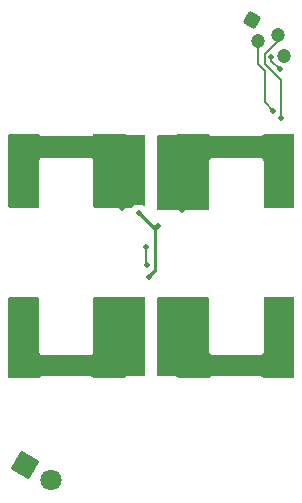
<source format=gbr>
%TF.GenerationSoftware,KiCad,Pcbnew,8.0.2*%
%TF.CreationDate,2024-12-22T14:20:03+01:00*%
%TF.ProjectId,_4mm_sleeper_w_IR,5f346d6d-5f73-46c6-9565-7065725f775f,rev?*%
%TF.SameCoordinates,Original*%
%TF.FileFunction,Copper,L1,Top*%
%TF.FilePolarity,Positive*%
%FSLAX46Y46*%
G04 Gerber Fmt 4.6, Leading zero omitted, Abs format (unit mm)*
G04 Created by KiCad (PCBNEW 8.0.2) date 2024-12-22 14:20:03*
%MOMM*%
%LPD*%
G01*
G04 APERTURE LIST*
G04 Aperture macros list*
%AMRoundRect*
0 Rectangle with rounded corners*
0 $1 Rounding radius*
0 $2 $3 $4 $5 $6 $7 $8 $9 X,Y pos of 4 corners*
0 Add a 4 corners polygon primitive as box body*
4,1,4,$2,$3,$4,$5,$6,$7,$8,$9,$2,$3,0*
0 Add four circle primitives for the rounded corners*
1,1,$1+$1,$2,$3*
1,1,$1+$1,$4,$5*
1,1,$1+$1,$6,$7*
1,1,$1+$1,$8,$9*
0 Add four rect primitives between the rounded corners*
20,1,$1+$1,$2,$3,$4,$5,0*
20,1,$1+$1,$4,$5,$6,$7,0*
20,1,$1+$1,$6,$7,$8,$9,0*
20,1,$1+$1,$8,$9,$2,$3,0*%
%AMRotRect*
0 Rectangle, with rotation*
0 The origin of the aperture is its center*
0 $1 length*
0 $2 width*
0 $3 Rotation angle, in degrees counterclockwise*
0 Add horizontal line*
21,1,$1,$2,0,0,$3*%
G04 Aperture macros list end*
%TA.AperFunction,ComponentPad*%
%ADD10RoundRect,0.249600X-0.478655X-0.128255X0.128255X-0.478655X0.478655X0.128255X-0.128255X0.478655X0*%
%TD*%
%TA.AperFunction,ComponentPad*%
%ADD11C,1.200000*%
%TD*%
%TA.AperFunction,ComponentPad*%
%ADD12RotRect,1.800000X1.800000X330.000000*%
%TD*%
%TA.AperFunction,ComponentPad*%
%ADD13C,1.800000*%
%TD*%
%TA.AperFunction,ViaPad*%
%ADD14C,0.800000*%
%TD*%
%TA.AperFunction,ViaPad*%
%ADD15C,0.500000*%
%TD*%
%TA.AperFunction,Conductor*%
%ADD16C,0.200000*%
%TD*%
%TA.AperFunction,Conductor*%
%ADD17C,0.250000*%
%TD*%
%TA.AperFunction,Conductor*%
%ADD18C,0.300000*%
%TD*%
G04 APERTURE END LIST*
D10*
%TO.P,U101,1,Vs*%
%TO.N,VCC*%
X129057892Y-78090860D03*
D11*
%TO.P,U101,2,OUT*%
%TO.N,/OUT*%
X129522744Y-79825712D03*
%TO.P,U101,3,GND*%
%TO.N,GND*%
X131257597Y-79360860D03*
%TO.P,U101,4,GLo*%
%TO.N,Net-(D101-K)*%
X131722448Y-81095712D03*
%TD*%
D12*
%TO.P,D101,1,K*%
%TO.N,Net-(D101-K)*%
X109806354Y-115764116D03*
D13*
%TO.P,D101,2,A*%
%TO.N,VCC*%
X112006059Y-117034116D03*
%TD*%
D14*
%TO.N,/A*%
X119126000Y-88900000D03*
%TO.N,/B*%
X118999000Y-107442000D03*
%TO.N,/C*%
X121920000Y-107315000D03*
D15*
%TO.N,GND*%
X120015000Y-97240000D03*
X120142000Y-98806000D03*
X131445000Y-86360000D03*
%TO.N,VCC*%
X131372489Y-82223489D03*
X130674037Y-81153494D03*
D14*
%TO.N,/A*%
X109220000Y-88773000D03*
D15*
X115951000Y-92964000D03*
D14*
X117221000Y-88900000D03*
X110617000Y-88646000D03*
X108966000Y-90551000D03*
D15*
X115951000Y-90297000D03*
X117983000Y-91694000D03*
D14*
X110109000Y-92710000D03*
D15*
X119000000Y-90500000D03*
X117983000Y-93980000D03*
%TO.N,/OUT*%
X121031000Y-95504000D03*
X120272543Y-99822000D03*
X119454591Y-94435591D03*
X130810000Y-85725000D03*
%TO.N,/B*%
X118110000Y-104394000D03*
D14*
X109601000Y-105156000D03*
X109601000Y-102870000D03*
X117094000Y-107442000D03*
D15*
X116713000Y-105283000D03*
D14*
X113284000Y-107442000D03*
X109474000Y-107315000D03*
D15*
X117983000Y-101981000D03*
X119634000Y-105410000D03*
D14*
%TO.N,/C*%
X131318000Y-102616000D03*
D15*
X123063000Y-104521000D03*
X123063000Y-102108000D03*
D14*
X128016000Y-107315000D03*
D15*
X124968000Y-105283000D03*
D14*
X131318000Y-105156000D03*
X124079000Y-107315000D03*
D15*
X121412000Y-105410000D03*
D14*
X131699000Y-107315000D03*
D15*
%TO.N,/D*%
X124333000Y-90297000D03*
D14*
X131191000Y-92837000D03*
D15*
X123063000Y-91694000D03*
X121666000Y-90297000D03*
X123825000Y-89535000D03*
D14*
X131699000Y-89154000D03*
D15*
X123063000Y-94107000D03*
D14*
X131445000Y-90932000D03*
%TD*%
D16*
%TO.N,GND*%
X131445000Y-83127314D02*
X130124037Y-81806351D01*
X120015000Y-98679000D02*
X120015000Y-97240000D01*
X131445000Y-86360000D02*
X131445000Y-83127314D01*
X130124037Y-81806351D02*
X130124037Y-80925676D01*
X120142000Y-98806000D02*
X120015000Y-98679000D01*
X130124037Y-80925676D02*
X131257596Y-79792117D01*
X131257596Y-79792117D02*
X131257596Y-79360860D01*
%TO.N,VCC*%
X130674037Y-81525037D02*
X131372489Y-82223489D01*
X130674037Y-81153494D02*
X130674037Y-81525037D01*
%TO.N,/OUT*%
X130810000Y-85725000D02*
X130110610Y-85025610D01*
D17*
X120777000Y-95885000D02*
X120777000Y-95758000D01*
X120777000Y-96901000D02*
X120777000Y-96774000D01*
X121031000Y-95504000D02*
X120523000Y-95504000D01*
D16*
X129522744Y-81770744D02*
X129522744Y-79825712D01*
D17*
X120777000Y-96774000D02*
X120777000Y-99317543D01*
X120523000Y-95504000D02*
X119454591Y-94435591D01*
X120777000Y-96774000D02*
X120777000Y-95885000D01*
D18*
X120777000Y-99317543D02*
X120272543Y-99822000D01*
D16*
X130110610Y-82358610D02*
X129522744Y-81770744D01*
D17*
X120777000Y-95758000D02*
X120523000Y-95504000D01*
X120777000Y-95758000D02*
X121031000Y-95504000D01*
D16*
X130110610Y-85025610D02*
X130110610Y-82358610D01*
X120777000Y-99317543D02*
X120777000Y-96901000D01*
%TD*%
%TA.AperFunction,Conductor*%
%TO.N,/A*%
G36*
X111006195Y-87719685D02*
G01*
X111046543Y-87762000D01*
X111059537Y-87784507D01*
X111059539Y-87784510D01*
X111059540Y-87784511D01*
X111115489Y-87840460D01*
X111115491Y-87840461D01*
X111115495Y-87840464D01*
X111171831Y-87872989D01*
X111184011Y-87880021D01*
X111260438Y-87900500D01*
X111260440Y-87900500D01*
X115339560Y-87900500D01*
X115339562Y-87900500D01*
X115415989Y-87880021D01*
X115484511Y-87840460D01*
X115540460Y-87784511D01*
X115553457Y-87762000D01*
X115604024Y-87713785D01*
X115660844Y-87700000D01*
X118223667Y-87700000D01*
X118290706Y-87719685D01*
X118311348Y-87736319D01*
X118315489Y-87740460D01*
X118315491Y-87740461D01*
X118315495Y-87740464D01*
X118384004Y-87780017D01*
X118384011Y-87780021D01*
X118460438Y-87800500D01*
X118460440Y-87800500D01*
X119876000Y-87800500D01*
X119943039Y-87820185D01*
X119988794Y-87872989D01*
X120000000Y-87924500D01*
X120000000Y-93667575D01*
X119980315Y-93734614D01*
X119927511Y-93780369D01*
X119858353Y-93790313D01*
X119810029Y-93772569D01*
X119782286Y-93755137D01*
X119782285Y-93755136D01*
X119622647Y-93699276D01*
X119454594Y-93680342D01*
X119454588Y-93680342D01*
X119286534Y-93699276D01*
X119126896Y-93755136D01*
X119126893Y-93755138D01*
X118983706Y-93845109D01*
X118983700Y-93845114D01*
X118865134Y-93963681D01*
X118803811Y-93997166D01*
X118777453Y-94000000D01*
X115724500Y-94000000D01*
X115657461Y-93980315D01*
X115611706Y-93927511D01*
X115600500Y-93876000D01*
X115600500Y-89960439D01*
X115580020Y-89884009D01*
X115580017Y-89884004D01*
X115540464Y-89815495D01*
X115540458Y-89815487D01*
X115484512Y-89759541D01*
X115484504Y-89759535D01*
X115415995Y-89719982D01*
X115415990Y-89719979D01*
X115390513Y-89713152D01*
X115339562Y-89699500D01*
X111339562Y-89699500D01*
X111260438Y-89699500D01*
X111222224Y-89709739D01*
X111184009Y-89719979D01*
X111184004Y-89719982D01*
X111115495Y-89759535D01*
X111115487Y-89759541D01*
X111059541Y-89815487D01*
X111059535Y-89815495D01*
X111019982Y-89884004D01*
X111019979Y-89884009D01*
X110999500Y-89960439D01*
X110999500Y-93840000D01*
X110979815Y-93907039D01*
X110927011Y-93952794D01*
X110875500Y-93964000D01*
X108524500Y-93964000D01*
X108457461Y-93944315D01*
X108411706Y-93891511D01*
X108400500Y-93840000D01*
X108400500Y-87824000D01*
X108420185Y-87756961D01*
X108472989Y-87711206D01*
X108524500Y-87700000D01*
X110939156Y-87700000D01*
X111006195Y-87719685D01*
G37*
%TD.AperFunction*%
%TD*%
%TA.AperFunction,Conductor*%
%TO.N,/B*%
G36*
X119943039Y-101519685D02*
G01*
X119988794Y-101572489D01*
X120000000Y-101624000D01*
X120000000Y-108075500D01*
X119980315Y-108142539D01*
X119927511Y-108188294D01*
X119876000Y-108199500D01*
X118539562Y-108199500D01*
X118460438Y-108199500D01*
X118422224Y-108209739D01*
X118384009Y-108219979D01*
X118384004Y-108219982D01*
X118315495Y-108259535D01*
X118315487Y-108259541D01*
X118259541Y-108315487D01*
X118259537Y-108315492D01*
X118246543Y-108338000D01*
X118195976Y-108386215D01*
X118139156Y-108400000D01*
X115660844Y-108400000D01*
X115593805Y-108380315D01*
X115553457Y-108338000D01*
X115540462Y-108315492D01*
X115540458Y-108315487D01*
X115484512Y-108259541D01*
X115484504Y-108259535D01*
X115415995Y-108219982D01*
X115415990Y-108219979D01*
X115378072Y-108209819D01*
X115339562Y-108199500D01*
X115339560Y-108199500D01*
X111347685Y-108199500D01*
X111347275Y-108199473D01*
X111299875Y-108199499D01*
X111299832Y-108199500D01*
X111260398Y-108199500D01*
X111260308Y-108199511D01*
X111221989Y-108209802D01*
X111221925Y-108209819D01*
X111183990Y-108219984D01*
X111183869Y-108220034D01*
X111152196Y-108238344D01*
X111149599Y-108239846D01*
X111115498Y-108259535D01*
X111115465Y-108259554D01*
X111115371Y-108259626D01*
X111087396Y-108287633D01*
X111059519Y-108315510D01*
X111059448Y-108315602D01*
X111046568Y-108337941D01*
X110996028Y-108386184D01*
X110939147Y-108400000D01*
X108524500Y-108400000D01*
X108457461Y-108380315D01*
X108411706Y-108327511D01*
X108400500Y-108276000D01*
X108400500Y-101625000D01*
X108420185Y-101557961D01*
X108472989Y-101512206D01*
X108524500Y-101501000D01*
X110875500Y-101501000D01*
X110942539Y-101520685D01*
X110988294Y-101573489D01*
X110999500Y-101625000D01*
X110999500Y-106060438D01*
X110999500Y-106139562D01*
X111013152Y-106190513D01*
X111019979Y-106215990D01*
X111019982Y-106215995D01*
X111059535Y-106284504D01*
X111059539Y-106284509D01*
X111059540Y-106284511D01*
X111115489Y-106340460D01*
X111115491Y-106340461D01*
X111115495Y-106340464D01*
X111184004Y-106380017D01*
X111184011Y-106380021D01*
X111260438Y-106400500D01*
X111260440Y-106400500D01*
X115339560Y-106400500D01*
X115339562Y-106400500D01*
X115415989Y-106380021D01*
X115484511Y-106340460D01*
X115540460Y-106284511D01*
X115580021Y-106215989D01*
X115600500Y-106139562D01*
X115600500Y-101624000D01*
X115620185Y-101556961D01*
X115672989Y-101511206D01*
X115724500Y-101500000D01*
X119876000Y-101500000D01*
X119943039Y-101519685D01*
G37*
%TD.AperFunction*%
%TD*%
%TA.AperFunction,Conductor*%
%TO.N,/C*%
G36*
X125342539Y-101519685D02*
G01*
X125388294Y-101572489D01*
X125399500Y-101624000D01*
X125399500Y-106060438D01*
X125399500Y-106139562D01*
X125413152Y-106190513D01*
X125419979Y-106215990D01*
X125419982Y-106215995D01*
X125459535Y-106284504D01*
X125459539Y-106284509D01*
X125459540Y-106284511D01*
X125515489Y-106340460D01*
X125515491Y-106340461D01*
X125515495Y-106340464D01*
X125584004Y-106380017D01*
X125584011Y-106380021D01*
X125660438Y-106400500D01*
X125660440Y-106400500D01*
X129739560Y-106400500D01*
X129739562Y-106400500D01*
X129815989Y-106380021D01*
X129884511Y-106340460D01*
X129940460Y-106284511D01*
X129980021Y-106215989D01*
X130000500Y-106139562D01*
X130000500Y-101625000D01*
X130020185Y-101557961D01*
X130072989Y-101512206D01*
X130124500Y-101501000D01*
X132478206Y-101501000D01*
X132545245Y-101520685D01*
X132591000Y-101573489D01*
X132602206Y-101625029D01*
X132600624Y-108276029D01*
X132580923Y-108343064D01*
X132528109Y-108388807D01*
X132476624Y-108400000D01*
X130060844Y-108400000D01*
X129993805Y-108380315D01*
X129953457Y-108338000D01*
X129940462Y-108315492D01*
X129940458Y-108315487D01*
X129884512Y-108259541D01*
X129884504Y-108259535D01*
X129815995Y-108219982D01*
X129815990Y-108219979D01*
X129790513Y-108213152D01*
X129739562Y-108199500D01*
X125739562Y-108199500D01*
X125660438Y-108199500D01*
X125622224Y-108209739D01*
X125584009Y-108219979D01*
X125584004Y-108219982D01*
X125515495Y-108259535D01*
X125515487Y-108259541D01*
X125459541Y-108315487D01*
X125459537Y-108315492D01*
X125446543Y-108338000D01*
X125395976Y-108386215D01*
X125339156Y-108400000D01*
X122860844Y-108400000D01*
X122793805Y-108380315D01*
X122753457Y-108338000D01*
X122740462Y-108315492D01*
X122740458Y-108315487D01*
X122684512Y-108259541D01*
X122684504Y-108259535D01*
X122615995Y-108219982D01*
X122615990Y-108219979D01*
X122590513Y-108213152D01*
X122539562Y-108199500D01*
X121124000Y-108199500D01*
X121056961Y-108179815D01*
X121011206Y-108127011D01*
X121000000Y-108075500D01*
X121000000Y-101624000D01*
X121019685Y-101556961D01*
X121072489Y-101511206D01*
X121124000Y-101500000D01*
X125275500Y-101500000D01*
X125342539Y-101519685D01*
G37*
%TD.AperFunction*%
%TD*%
%TA.AperFunction,Conductor*%
%TO.N,/D*%
G36*
X125406195Y-87719685D02*
G01*
X125446543Y-87762000D01*
X125459537Y-87784507D01*
X125459539Y-87784510D01*
X125459540Y-87784511D01*
X125515489Y-87840460D01*
X125515491Y-87840461D01*
X125515495Y-87840464D01*
X125583109Y-87879500D01*
X125584011Y-87880021D01*
X125660438Y-87900500D01*
X129652683Y-87900500D01*
X129657445Y-87900795D01*
X129662479Y-87900760D01*
X129662484Y-87900762D01*
X129700504Y-87900503D01*
X129701348Y-87900500D01*
X129739600Y-87900500D01*
X129740004Y-87900444D01*
X129740845Y-87900331D01*
X129741552Y-87900237D01*
X129741602Y-87900223D01*
X129741606Y-87900223D01*
X129778376Y-87890101D01*
X129778993Y-87889934D01*
X129815989Y-87880021D01*
X129815989Y-87880020D01*
X129816026Y-87880011D01*
X129816572Y-87879781D01*
X129817305Y-87879474D01*
X129817855Y-87879245D01*
X129817886Y-87879226D01*
X129817892Y-87879225D01*
X129851081Y-87859760D01*
X129884511Y-87840460D01*
X129884513Y-87840457D01*
X129884542Y-87840441D01*
X129884979Y-87840102D01*
X129885606Y-87839618D01*
X129886111Y-87839229D01*
X129886139Y-87839199D01*
X129886143Y-87839198D01*
X129912984Y-87811987D01*
X129913271Y-87811698D01*
X129940460Y-87784511D01*
X129940461Y-87784508D01*
X129940490Y-87784480D01*
X129940885Y-87783959D01*
X129941354Y-87783344D01*
X129941691Y-87782903D01*
X129943330Y-87780020D01*
X129944995Y-87777087D01*
X129953153Y-87762735D01*
X130003389Y-87714175D01*
X130060961Y-87700000D01*
X132481489Y-87700000D01*
X132548528Y-87719685D01*
X132594283Y-87772489D01*
X132605489Y-87824029D01*
X132604058Y-93840029D01*
X132584357Y-93907064D01*
X132531543Y-93952807D01*
X132480058Y-93964000D01*
X130124500Y-93964000D01*
X130057461Y-93944315D01*
X130011706Y-93891511D01*
X130000500Y-93840000D01*
X130000500Y-89960439D01*
X129980020Y-89884009D01*
X129980017Y-89884004D01*
X129940464Y-89815495D01*
X129940458Y-89815487D01*
X129884512Y-89759541D01*
X129884504Y-89759535D01*
X129815995Y-89719982D01*
X129815990Y-89719979D01*
X129790513Y-89713152D01*
X129739562Y-89699500D01*
X125739562Y-89699500D01*
X125660438Y-89699500D01*
X125622224Y-89709739D01*
X125584009Y-89719979D01*
X125584004Y-89719982D01*
X125515495Y-89759535D01*
X125515487Y-89759541D01*
X125459541Y-89815487D01*
X125459535Y-89815495D01*
X125419982Y-89884004D01*
X125419979Y-89884009D01*
X125399500Y-89960439D01*
X125399500Y-94003000D01*
X125379815Y-94070039D01*
X125327011Y-94115794D01*
X125275500Y-94127000D01*
X121124000Y-94127000D01*
X121056961Y-94107315D01*
X121011206Y-94054511D01*
X121000000Y-94003000D01*
X121000000Y-87924500D01*
X121019685Y-87857461D01*
X121072489Y-87811706D01*
X121124000Y-87800500D01*
X122539560Y-87800500D01*
X122539562Y-87800500D01*
X122615989Y-87780021D01*
X122684511Y-87740460D01*
X122688652Y-87736319D01*
X122749975Y-87702834D01*
X122776333Y-87700000D01*
X125339156Y-87700000D01*
X125406195Y-87719685D01*
G37*
%TD.AperFunction*%
%TD*%
M02*

</source>
